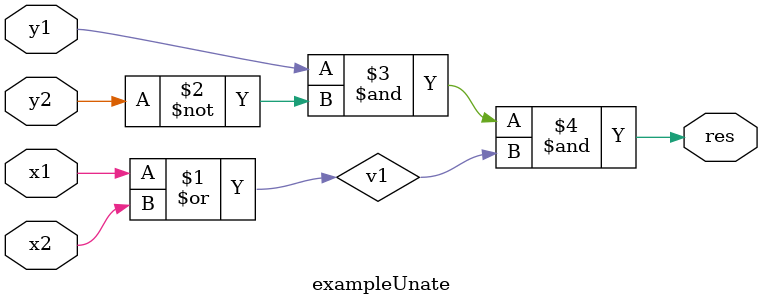
<source format=v>
module exampleUnate ( x1, x2, y1, y2, res );
input x1;
input x2;
input y1;
input y2;
output res;
wire v1;
assign v1 = (x1 | x2);
assign res = (y1 & ~y2 & v1);

endmodule
</source>
